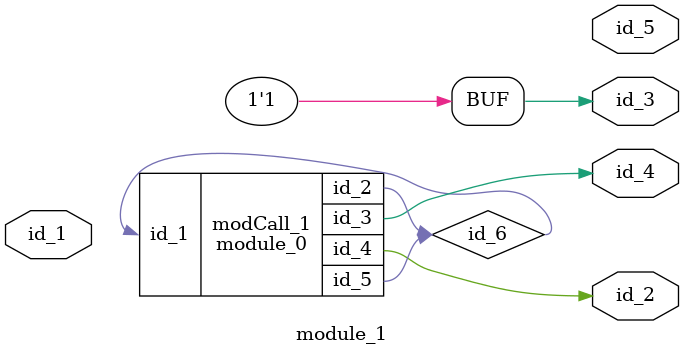
<source format=v>
module module_0 (
    id_1,
    id_2,
    id_3,
    id_4,
    id_5
);
  inout wire id_5;
  output wire id_4;
  output wire id_3;
  inout wire id_2;
  assign module_1.id_3 = 0;
  input wire id_1;
endmodule
module module_1 (
    id_1,
    id_2,
    id_3,
    id_4,
    id_5
);
  output wire id_5;
  output wire id_4;
  output reg id_3;
  output wire id_2;
  input wire id_1;
  always @(*) begin : LABEL_0
    id_3 <= id_1 == id_1;
  end
  wire id_6;
  module_0 modCall_1 (
      id_6,
      id_6,
      id_4,
      id_2,
      id_6
  );
endmodule

</source>
